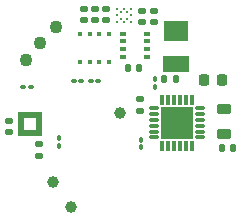
<source format=gbs>
G04 #@! TF.GenerationSoftware,KiCad,Pcbnew,(7.0.0)*
G04 #@! TF.CreationDate,2023-09-09T16:46:03-08:00*
G04 #@! TF.ProjectId,THINGY_2.0,5448494e-4759-45f3-922e-302e6b696361,rev?*
G04 #@! TF.SameCoordinates,Original*
G04 #@! TF.FileFunction,Soldermask,Bot*
G04 #@! TF.FilePolarity,Negative*
%FSLAX46Y46*%
G04 Gerber Fmt 4.6, Leading zero omitted, Abs format (unit mm)*
G04 Created by KiCad (PCBNEW (7.0.0)) date 2023-09-09 16:46:03*
%MOMM*%
%LPD*%
G01*
G04 APERTURE LIST*
G04 Aperture macros list*
%AMRoundRect*
0 Rectangle with rounded corners*
0 $1 Rounding radius*
0 $2 $3 $4 $5 $6 $7 $8 $9 X,Y pos of 4 corners*
0 Add a 4 corners polygon primitive as box body*
4,1,4,$2,$3,$4,$5,$6,$7,$8,$9,$2,$3,0*
0 Add four circle primitives for the rounded corners*
1,1,$1+$1,$2,$3*
1,1,$1+$1,$4,$5*
1,1,$1+$1,$6,$7*
1,1,$1+$1,$8,$9*
0 Add four rect primitives between the rounded corners*
20,1,$1+$1,$2,$3,$4,$5,0*
20,1,$1+$1,$4,$5,$6,$7,0*
20,1,$1+$1,$6,$7,$8,$9,0*
20,1,$1+$1,$8,$9,$2,$3,0*%
G04 Aperture macros list end*
%ADD10C,0.010000*%
%ADD11C,1.000000*%
%ADD12C,1.100000*%
%ADD13RoundRect,0.008100X0.126900X-0.396900X0.126900X0.396900X-0.126900X0.396900X-0.126900X-0.396900X0*%
%ADD14RoundRect,0.027000X0.378000X-0.108000X0.378000X0.108000X-0.378000X0.108000X-0.378000X-0.108000X0*%
%ADD15R,2.700000X2.700000*%
%ADD16RoundRect,0.100000X-0.130000X-0.100000X0.130000X-0.100000X0.130000X0.100000X-0.130000X0.100000X0*%
%ADD17RoundRect,0.140000X0.170000X-0.140000X0.170000X0.140000X-0.170000X0.140000X-0.170000X-0.140000X0*%
%ADD18RoundRect,0.100000X0.100000X-0.130000X0.100000X0.130000X-0.100000X0.130000X-0.100000X-0.130000X0*%
%ADD19RoundRect,0.140000X0.140000X0.170000X-0.140000X0.170000X-0.140000X-0.170000X0.140000X-0.170000X0*%
%ADD20RoundRect,0.218750X0.381250X-0.218750X0.381250X0.218750X-0.381250X0.218750X-0.381250X-0.218750X0*%
%ADD21RoundRect,0.100000X-0.100000X0.130000X-0.100000X-0.130000X0.100000X-0.130000X0.100000X0.130000X0*%
%ADD22R,0.400000X0.400000*%
%ADD23C,0.200000*%
%ADD24RoundRect,0.140000X-0.140000X-0.170000X0.140000X-0.170000X0.140000X0.170000X-0.140000X0.170000X0*%
%ADD25R,0.500000X0.350000*%
%ADD26RoundRect,0.100000X0.130000X0.100000X-0.130000X0.100000X-0.130000X-0.100000X0.130000X-0.100000X0*%
%ADD27RoundRect,0.225000X-0.225000X-0.250000X0.225000X-0.250000X0.225000X0.250000X-0.225000X0.250000X0*%
%ADD28RoundRect,0.140000X-0.170000X0.140000X-0.170000X-0.140000X0.170000X-0.140000X0.170000X0.140000X0*%
%ADD29R,2.184400X1.473200*%
%ADD30R,2.133600X1.651000*%
G04 APERTURE END LIST*
G36*
X113204200Y-83021400D02*
G01*
X112754200Y-83021400D01*
X112754200Y-82621400D01*
X113204200Y-82621400D01*
X113204200Y-83021400D01*
G37*
D10*
X113204200Y-83021400D02*
X112754200Y-83021400D01*
X112754200Y-82621400D01*
X113204200Y-82621400D01*
X113204200Y-83021400D01*
G36*
X113204200Y-82521400D02*
G01*
X112754200Y-82521400D01*
X112754200Y-82121400D01*
X113204200Y-82121400D01*
X113204200Y-82521400D01*
G37*
X113204200Y-82521400D02*
X112754200Y-82521400D01*
X112754200Y-82121400D01*
X113204200Y-82121400D01*
X113204200Y-82521400D01*
G36*
X113204200Y-82021400D02*
G01*
X112754200Y-82021400D01*
X112754200Y-81621400D01*
X113204200Y-81621400D01*
X113204200Y-82021400D01*
G37*
X113204200Y-82021400D02*
X112754200Y-82021400D01*
X112754200Y-81621400D01*
X113204200Y-81621400D01*
X113204200Y-82021400D01*
G36*
X113204200Y-81521400D02*
G01*
X112754200Y-81521400D01*
X112754200Y-81121400D01*
X113204200Y-81121400D01*
X113204200Y-81521400D01*
G37*
X113204200Y-81521400D02*
X112754200Y-81521400D01*
X112754200Y-81121400D01*
X113204200Y-81121400D01*
X113204200Y-81521400D01*
G36*
X112654200Y-83071400D02*
G01*
X112254200Y-83071400D01*
X112254200Y-82621400D01*
X112654200Y-82621400D01*
X112654200Y-83071400D01*
G37*
X112654200Y-83071400D02*
X112254200Y-83071400D01*
X112254200Y-82621400D01*
X112654200Y-82621400D01*
X112654200Y-83071400D01*
G36*
X112654200Y-81521400D02*
G01*
X112254200Y-81521400D01*
X112254200Y-81071400D01*
X112654200Y-81071400D01*
X112654200Y-81521400D01*
G37*
X112654200Y-81521400D02*
X112254200Y-81521400D01*
X112254200Y-81071400D01*
X112654200Y-81071400D01*
X112654200Y-81521400D01*
G36*
X112154200Y-83071400D02*
G01*
X111754200Y-83071400D01*
X111754200Y-82621400D01*
X112154200Y-82621400D01*
X112154200Y-83071400D01*
G37*
X112154200Y-83071400D02*
X111754200Y-83071400D01*
X111754200Y-82621400D01*
X112154200Y-82621400D01*
X112154200Y-83071400D01*
G36*
X112154200Y-81521400D02*
G01*
X111754200Y-81521400D01*
X111754200Y-81071400D01*
X112154200Y-81071400D01*
X112154200Y-81521400D01*
G37*
X112154200Y-81521400D02*
X111754200Y-81521400D01*
X111754200Y-81071400D01*
X112154200Y-81071400D01*
X112154200Y-81521400D01*
G36*
X111654200Y-83021400D02*
G01*
X111204200Y-83021400D01*
X111204200Y-82621400D01*
X111654200Y-82621400D01*
X111654200Y-83021400D01*
G37*
X111654200Y-83021400D02*
X111204200Y-83021400D01*
X111204200Y-82621400D01*
X111654200Y-82621400D01*
X111654200Y-83021400D01*
G36*
X111654200Y-82521400D02*
G01*
X111204200Y-82521400D01*
X111204200Y-82121400D01*
X111654200Y-82121400D01*
X111654200Y-82521400D01*
G37*
X111654200Y-82521400D02*
X111204200Y-82521400D01*
X111204200Y-82121400D01*
X111654200Y-82121400D01*
X111654200Y-82521400D01*
G36*
X111654200Y-82021400D02*
G01*
X111204200Y-82021400D01*
X111204200Y-81621400D01*
X111654200Y-81621400D01*
X111654200Y-82021400D01*
G37*
X111654200Y-82021400D02*
X111204200Y-82021400D01*
X111204200Y-81621400D01*
X111654200Y-81621400D01*
X111654200Y-82021400D01*
G36*
X111654200Y-81521400D02*
G01*
X111204200Y-81521400D01*
X111204200Y-81121400D01*
X111654200Y-81121400D01*
X111654200Y-81521400D01*
G37*
X111654200Y-81521400D02*
X111204200Y-81521400D01*
X111204200Y-81121400D01*
X111654200Y-81121400D01*
X111654200Y-81521400D01*
D11*
X119874964Y-81184600D03*
D12*
X111864964Y-76714600D03*
X113084964Y-75234600D03*
X114394964Y-73894600D03*
D13*
X125921200Y-83947000D03*
X125421200Y-83947000D03*
X124921200Y-83947000D03*
X124421200Y-83947000D03*
X123921200Y-83947000D03*
X123921200Y-83947000D03*
X123421200Y-83947000D03*
D14*
X122721200Y-83247000D03*
X122721200Y-82747000D03*
X122721200Y-82247000D03*
X122721200Y-81747000D03*
X122721200Y-81247000D03*
X122721200Y-80747000D03*
D13*
X123421200Y-80047000D03*
X123921200Y-80047000D03*
X124421200Y-80047000D03*
X124921200Y-80047000D03*
X125421200Y-80047000D03*
X125921200Y-80047000D03*
D14*
X126621200Y-80747000D03*
X126621200Y-81247000D03*
X126621200Y-81747000D03*
X126621200Y-82247000D03*
X126621200Y-82747000D03*
X126621200Y-83247000D03*
D15*
X124671199Y-81996999D03*
D16*
X115921000Y-78435200D03*
X116561000Y-78435200D03*
D17*
X121742200Y-73477000D03*
X121742200Y-72517000D03*
D18*
X122789964Y-78949600D03*
X122789964Y-78309600D03*
D19*
X124569964Y-78304600D03*
X123609964Y-78304600D03*
D20*
X128664964Y-82942100D03*
X128664964Y-80817100D03*
D21*
X121666000Y-83423800D03*
X121666000Y-84063800D03*
D22*
X116494963Y-76884599D03*
X117294963Y-76884599D03*
X117294963Y-76884599D03*
X118094963Y-76884599D03*
X118894963Y-76884599D03*
X118894963Y-74484599D03*
X118094963Y-74484599D03*
X117294963Y-74484599D03*
X116494963Y-74484599D03*
D17*
X110490000Y-82776000D03*
X110490000Y-81816000D03*
X116796400Y-73306400D03*
X116796400Y-72346400D03*
D11*
X115714964Y-89124600D03*
D17*
X121507364Y-80977000D03*
X121507364Y-80017000D03*
D23*
X119626800Y-72336600D03*
X119626800Y-72902600D03*
X119626800Y-73468600D03*
X119909800Y-72619600D03*
X119909800Y-73185600D03*
X120192800Y-72336600D03*
X120192800Y-73468600D03*
X120475800Y-72619600D03*
X120475800Y-73185600D03*
X120758800Y-72336600D03*
X120758800Y-72902600D03*
X120758800Y-73468600D03*
D11*
X114174964Y-86994600D03*
D17*
X117736200Y-73306400D03*
X117736200Y-72346400D03*
D24*
X128454964Y-84129600D03*
X129414964Y-84129600D03*
D19*
X121479364Y-77343000D03*
X120519364Y-77343000D03*
D21*
X114681000Y-83307000D03*
X114681000Y-83947000D03*
D25*
X120116599Y-74453199D03*
X120116599Y-75103199D03*
X120116599Y-75753199D03*
X120116599Y-76403199D03*
X122166599Y-76403199D03*
X122166599Y-75753199D03*
X122166599Y-75103199D03*
X122166599Y-74453199D03*
D26*
X112283200Y-78994000D03*
X111643200Y-78994000D03*
D27*
X126964964Y-78379600D03*
X128514964Y-78379600D03*
D28*
X118676000Y-72346400D03*
X118676000Y-73306400D03*
D29*
X124562163Y-77028199D03*
D30*
X124587563Y-74208799D03*
D17*
X122707400Y-73479600D03*
X122707400Y-72519600D03*
D28*
X112964964Y-83819600D03*
X112964964Y-84779600D03*
D26*
X118008800Y-78460600D03*
X117368800Y-78460600D03*
M02*

</source>
